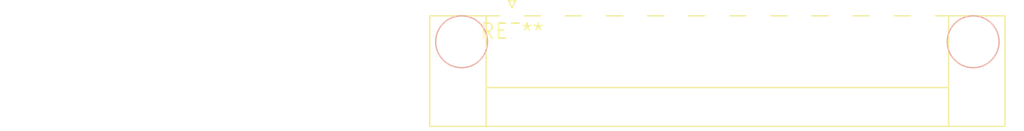
<source format=kicad_pcb>
(kicad_pcb (version 20240108) (generator pcbnew)
  (layers (0 "F.Cu" signal) (31 "B.Cu" signal) (34 "B.Paste" user) (35 "F.Paste" user) (36 "B.SilkS" user "B.Silkscreen") (37 "F.SilkS" user "F.Silkscreen") (38 "B.Mask" user) (39 "F.Mask" user) (44 "Edge.Cuts" user))
  (net 0 "")
  (footprint "PhoenixContact_MC_1,5_11-GF-3.5_1x11_P3.50mm_Horizontal_ThreadedFlange_MountHole" (layer "F.Cu") (at 0 0)
    (property "Reference" "REF**")
    (property "Value" "PhoenixContact_MC_1,5_11-GF-3.5_1x11_P3.50mm_Horizontal_ThreadedFlange_MountHole")
    (fp_circle (center -4.3 0.9) (end -2.09 0.9) (layer "B.SilkS") (stroke (width 0.12)) (fill none))
    (fp_circle (center 39.3 0.9) (end 41.51 0.9) (layer "B.SilkS") (stroke (width 0.12)) (fill none))
    (fp_line (start -7.01 -1.31) (end -7.01 8.11) (layer "F.SilkS") (stroke (width 0.12)))
    (fp_line (start -7.01 -1.31) (end -1.05 -1.31) (layer "F.SilkS") (stroke (width 0.12)))
    (fp_line (start -7.01 8.11) (end 42.01 8.11) (layer "F.SilkS") (stroke (width 0.12)))
    (fp_line (start -2.21 -1.31) (end -2.21 8.11) (layer "F.SilkS") (stroke (width 0.12)))
    (fp_line (start -2.21 4.8) (end 37.21 4.8) (layer "F.SilkS") (stroke (width 0.12)))
    (fp_line (start -0.3 -2.6) (end 0.3 -2.6) (layer "F.SilkS") (stroke (width 0.12)))
    (fp_line (start 0 -2) (end -0.3 -2.6) (layer "F.SilkS") (stroke (width 0.12)))
    (fp_line (start 0.3 -2.6) (end 0 -2) (layer "F.SilkS") (stroke (width 0.12)))
    (fp_line (start 1.05 -1.31) (end 2.45 -1.31) (layer "F.SilkS") (stroke (width 0.12)))
    (fp_line (start 4.55 -1.31) (end 5.95 -1.31) (layer "F.SilkS") (stroke (width 0.12)))
    (fp_line (start 8.05 -1.31) (end 9.45 -1.31) (layer "F.SilkS") (stroke (width 0.12)))
    (fp_line (start 11.55 -1.31) (end 12.95 -1.31) (layer "F.SilkS") (stroke (width 0.12)))
    (fp_line (start 15.05 -1.31) (end 16.45 -1.31) (layer "F.SilkS") (stroke (width 0.12)))
    (fp_line (start 18.55 -1.31) (end 19.95 -1.31) (layer "F.SilkS") (stroke (width 0.12)))
    (fp_line (start 22.05 -1.31) (end 23.45 -1.31) (layer "F.SilkS") (stroke (width 0.12)))
    (fp_line (start 25.55 -1.31) (end 26.95 -1.31) (layer "F.SilkS") (stroke (width 0.12)))
    (fp_line (start 29.05 -1.31) (end 30.45 -1.31) (layer "F.SilkS") (stroke (width 0.12)))
    (fp_line (start 32.55 -1.31) (end 33.95 -1.31) (layer "F.SilkS") (stroke (width 0.12)))
    (fp_line (start 37.21 -1.31) (end 37.21 8.11) (layer "F.SilkS") (stroke (width 0.12)))
    (fp_line (start 42.01 -1.31) (end 36.05 -1.31) (layer "F.SilkS") (stroke (width 0.12)))
    (fp_line (start 42.01 8.11) (end 42.01 -1.31) (layer "F.SilkS") (stroke (width 0.12)))
    (pad "" np_thru_hole circle (at -4.3 0.9) (size 2.4 2.4) (drill 2.4) (layers *.Cu *.Mask))
    (pad "" np_thru_hole circle (at 39.3 0.9) (size 2.4 2.4) (drill 2.4) (layers *.Cu *.Mask))
    (pad "1" thru_hole roundrect (at 0 0) (size 1.8 3.6) (drill 1.2) (layers *.Cu *.Mask) (remove_unused_layers) (roundrect_rratio 0.138889))
    (pad "2" thru_hole oval (at 3.5 0) (size 1.8 3.6) (drill 1.2) (layers *.Cu *.Mask) (remove_unused_layers))
    (pad "3" thru_hole oval (at 7 0) (size 1.8 3.6) (drill 1.2) (layers *.Cu *.Mask) (remove_unused_layers))
    (pad "4" thru_hole oval (at 10.5 0) (size 1.8 3.6) (drill 1.2) (layers *.Cu *.Mask) (remove_unused_layers))
    (pad "5" thru_hole oval (at 14 0) (size 1.8 3.6) (drill 1.2) (layers *.Cu *.Mask) (remove_unused_layers))
    (pad "6" thru_hole oval (at 17.5 0) (size 1.8 3.6) (drill 1.2) (layers *.Cu *.Mask) (remove_unused_layers))
    (pad "7" thru_hole oval (at 21 0) (size 1.8 3.6) (drill 1.2) (layers *.Cu *.Mask) (remove_unused_layers))
    (pad "8" thru_hole oval (at 24.5 0) (size 1.8 3.6) (drill 1.2) (layers *.Cu *.Mask) (remove_unused_layers))
    (pad "9" thru_hole oval (at 28 0) (size 1.8 3.6) (drill 1.2) (layers *.Cu *.Mask) (remove_unused_layers))
    (pad "10" thru_hole oval (at 31.5 0) (size 1.8 3.6) (drill 1.2) (layers *.Cu *.Mask) (remove_unused_layers))
    (pad "11" thru_hole oval (at 35 0) (size 1.8 3.6) (drill 1.2) (layers *.Cu *.Mask) (remove_unused_layers))
  )
)
</source>
